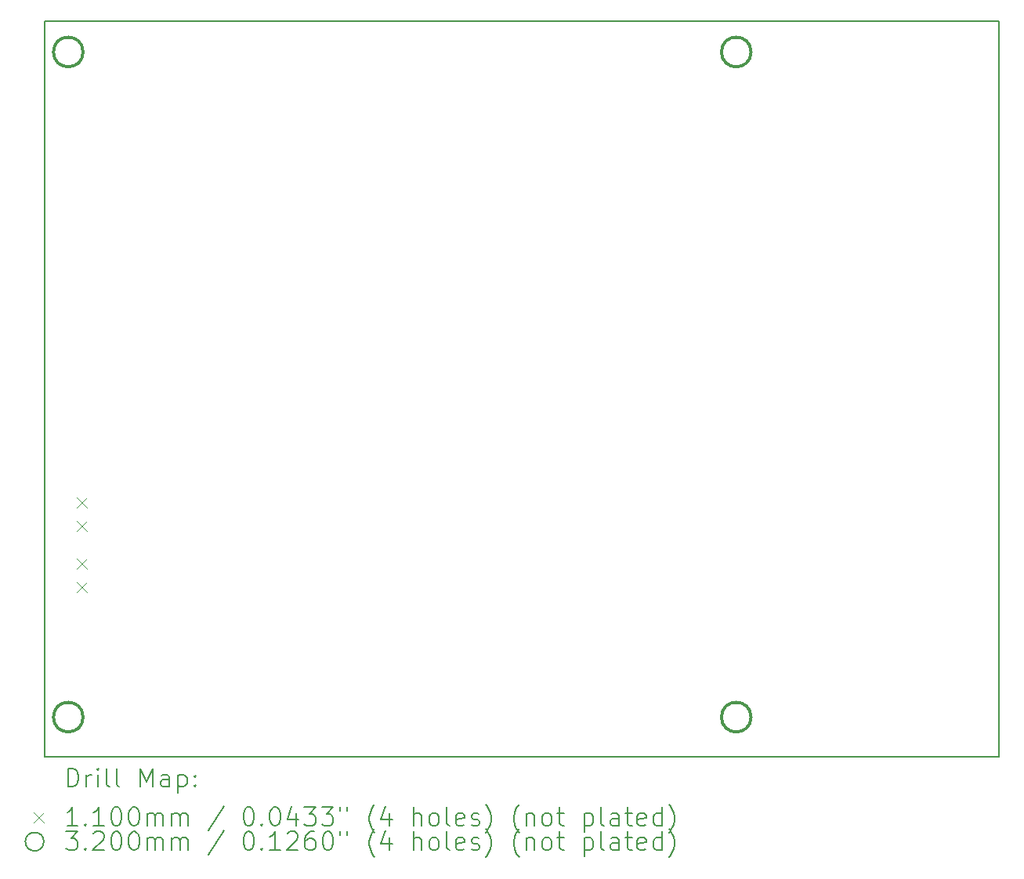
<source format=gbr>
%TF.GenerationSoftware,KiCad,Pcbnew,8.0.1*%
%TF.CreationDate,2024-11-10T18:34:56+01:00*%
%TF.ProjectId,Weather,57656174-6865-4722-9e6b-696361645f70,1.0*%
%TF.SameCoordinates,Original*%
%TF.FileFunction,Drillmap*%
%TF.FilePolarity,Positive*%
%FSLAX45Y45*%
G04 Gerber Fmt 4.5, Leading zero omitted, Abs format (unit mm)*
G04 Created by KiCad (PCBNEW 8.0.1) date 2024-11-10 18:34:56*
%MOMM*%
%LPD*%
G01*
G04 APERTURE LIST*
%ADD10C,0.200000*%
%ADD11C,0.110000*%
%ADD12C,0.320000*%
G04 APERTURE END LIST*
D10*
X4318000Y-6146800D02*
X14630400Y-6146800D01*
X14630400Y-14097000D01*
X4318000Y-14097000D01*
X4318000Y-6146800D01*
D11*
X4666000Y-11293100D02*
X4776000Y-11403100D01*
X4776000Y-11293100D02*
X4666000Y-11403100D01*
X4666000Y-11547100D02*
X4776000Y-11657100D01*
X4776000Y-11547100D02*
X4666000Y-11657100D01*
X4666000Y-11953500D02*
X4776000Y-12063500D01*
X4776000Y-11953500D02*
X4666000Y-12063500D01*
X4666000Y-12207500D02*
X4776000Y-12317500D01*
X4776000Y-12207500D02*
X4666000Y-12317500D01*
D12*
X4732000Y-6477000D02*
G75*
G02*
X4412000Y-6477000I-160000J0D01*
G01*
X4412000Y-6477000D02*
G75*
G02*
X4732000Y-6477000I160000J0D01*
G01*
X4732000Y-13665200D02*
G75*
G02*
X4412000Y-13665200I-160000J0D01*
G01*
X4412000Y-13665200D02*
G75*
G02*
X4732000Y-13665200I160000J0D01*
G01*
X11950680Y-6477000D02*
G75*
G02*
X11630680Y-6477000I-160000J0D01*
G01*
X11630680Y-6477000D02*
G75*
G02*
X11950680Y-6477000I160000J0D01*
G01*
X11950680Y-13665200D02*
G75*
G02*
X11630680Y-13665200I-160000J0D01*
G01*
X11630680Y-13665200D02*
G75*
G02*
X11950680Y-13665200I160000J0D01*
G01*
D10*
X4568777Y-14418484D02*
X4568777Y-14218484D01*
X4568777Y-14218484D02*
X4616396Y-14218484D01*
X4616396Y-14218484D02*
X4644967Y-14228008D01*
X4644967Y-14228008D02*
X4664015Y-14247055D01*
X4664015Y-14247055D02*
X4673539Y-14266103D01*
X4673539Y-14266103D02*
X4683063Y-14304198D01*
X4683063Y-14304198D02*
X4683063Y-14332769D01*
X4683063Y-14332769D02*
X4673539Y-14370865D01*
X4673539Y-14370865D02*
X4664015Y-14389912D01*
X4664015Y-14389912D02*
X4644967Y-14408960D01*
X4644967Y-14408960D02*
X4616396Y-14418484D01*
X4616396Y-14418484D02*
X4568777Y-14418484D01*
X4768777Y-14418484D02*
X4768777Y-14285150D01*
X4768777Y-14323246D02*
X4778301Y-14304198D01*
X4778301Y-14304198D02*
X4787824Y-14294674D01*
X4787824Y-14294674D02*
X4806872Y-14285150D01*
X4806872Y-14285150D02*
X4825920Y-14285150D01*
X4892586Y-14418484D02*
X4892586Y-14285150D01*
X4892586Y-14218484D02*
X4883063Y-14228008D01*
X4883063Y-14228008D02*
X4892586Y-14237531D01*
X4892586Y-14237531D02*
X4902110Y-14228008D01*
X4902110Y-14228008D02*
X4892586Y-14218484D01*
X4892586Y-14218484D02*
X4892586Y-14237531D01*
X5016396Y-14418484D02*
X4997348Y-14408960D01*
X4997348Y-14408960D02*
X4987824Y-14389912D01*
X4987824Y-14389912D02*
X4987824Y-14218484D01*
X5121158Y-14418484D02*
X5102110Y-14408960D01*
X5102110Y-14408960D02*
X5092586Y-14389912D01*
X5092586Y-14389912D02*
X5092586Y-14218484D01*
X5349729Y-14418484D02*
X5349729Y-14218484D01*
X5349729Y-14218484D02*
X5416396Y-14361341D01*
X5416396Y-14361341D02*
X5483063Y-14218484D01*
X5483063Y-14218484D02*
X5483063Y-14418484D01*
X5664015Y-14418484D02*
X5664015Y-14313722D01*
X5664015Y-14313722D02*
X5654491Y-14294674D01*
X5654491Y-14294674D02*
X5635443Y-14285150D01*
X5635443Y-14285150D02*
X5597348Y-14285150D01*
X5597348Y-14285150D02*
X5578301Y-14294674D01*
X5664015Y-14408960D02*
X5644967Y-14418484D01*
X5644967Y-14418484D02*
X5597348Y-14418484D01*
X5597348Y-14418484D02*
X5578301Y-14408960D01*
X5578301Y-14408960D02*
X5568777Y-14389912D01*
X5568777Y-14389912D02*
X5568777Y-14370865D01*
X5568777Y-14370865D02*
X5578301Y-14351817D01*
X5578301Y-14351817D02*
X5597348Y-14342293D01*
X5597348Y-14342293D02*
X5644967Y-14342293D01*
X5644967Y-14342293D02*
X5664015Y-14332769D01*
X5759253Y-14285150D02*
X5759253Y-14485150D01*
X5759253Y-14294674D02*
X5778301Y-14285150D01*
X5778301Y-14285150D02*
X5816396Y-14285150D01*
X5816396Y-14285150D02*
X5835443Y-14294674D01*
X5835443Y-14294674D02*
X5844967Y-14304198D01*
X5844967Y-14304198D02*
X5854491Y-14323246D01*
X5854491Y-14323246D02*
X5854491Y-14380388D01*
X5854491Y-14380388D02*
X5844967Y-14399436D01*
X5844967Y-14399436D02*
X5835443Y-14408960D01*
X5835443Y-14408960D02*
X5816396Y-14418484D01*
X5816396Y-14418484D02*
X5778301Y-14418484D01*
X5778301Y-14418484D02*
X5759253Y-14408960D01*
X5940205Y-14399436D02*
X5949729Y-14408960D01*
X5949729Y-14408960D02*
X5940205Y-14418484D01*
X5940205Y-14418484D02*
X5930682Y-14408960D01*
X5930682Y-14408960D02*
X5940205Y-14399436D01*
X5940205Y-14399436D02*
X5940205Y-14418484D01*
X5940205Y-14294674D02*
X5949729Y-14304198D01*
X5949729Y-14304198D02*
X5940205Y-14313722D01*
X5940205Y-14313722D02*
X5930682Y-14304198D01*
X5930682Y-14304198D02*
X5940205Y-14294674D01*
X5940205Y-14294674D02*
X5940205Y-14313722D01*
D11*
X4198000Y-14692000D02*
X4308000Y-14802000D01*
X4308000Y-14692000D02*
X4198000Y-14802000D01*
D10*
X4673539Y-14838484D02*
X4559253Y-14838484D01*
X4616396Y-14838484D02*
X4616396Y-14638484D01*
X4616396Y-14638484D02*
X4597348Y-14667055D01*
X4597348Y-14667055D02*
X4578301Y-14686103D01*
X4578301Y-14686103D02*
X4559253Y-14695627D01*
X4759253Y-14819436D02*
X4768777Y-14828960D01*
X4768777Y-14828960D02*
X4759253Y-14838484D01*
X4759253Y-14838484D02*
X4749729Y-14828960D01*
X4749729Y-14828960D02*
X4759253Y-14819436D01*
X4759253Y-14819436D02*
X4759253Y-14838484D01*
X4959253Y-14838484D02*
X4844967Y-14838484D01*
X4902110Y-14838484D02*
X4902110Y-14638484D01*
X4902110Y-14638484D02*
X4883063Y-14667055D01*
X4883063Y-14667055D02*
X4864015Y-14686103D01*
X4864015Y-14686103D02*
X4844967Y-14695627D01*
X5083063Y-14638484D02*
X5102110Y-14638484D01*
X5102110Y-14638484D02*
X5121158Y-14648008D01*
X5121158Y-14648008D02*
X5130682Y-14657531D01*
X5130682Y-14657531D02*
X5140205Y-14676579D01*
X5140205Y-14676579D02*
X5149729Y-14714674D01*
X5149729Y-14714674D02*
X5149729Y-14762293D01*
X5149729Y-14762293D02*
X5140205Y-14800388D01*
X5140205Y-14800388D02*
X5130682Y-14819436D01*
X5130682Y-14819436D02*
X5121158Y-14828960D01*
X5121158Y-14828960D02*
X5102110Y-14838484D01*
X5102110Y-14838484D02*
X5083063Y-14838484D01*
X5083063Y-14838484D02*
X5064015Y-14828960D01*
X5064015Y-14828960D02*
X5054491Y-14819436D01*
X5054491Y-14819436D02*
X5044967Y-14800388D01*
X5044967Y-14800388D02*
X5035444Y-14762293D01*
X5035444Y-14762293D02*
X5035444Y-14714674D01*
X5035444Y-14714674D02*
X5044967Y-14676579D01*
X5044967Y-14676579D02*
X5054491Y-14657531D01*
X5054491Y-14657531D02*
X5064015Y-14648008D01*
X5064015Y-14648008D02*
X5083063Y-14638484D01*
X5273539Y-14638484D02*
X5292586Y-14638484D01*
X5292586Y-14638484D02*
X5311634Y-14648008D01*
X5311634Y-14648008D02*
X5321158Y-14657531D01*
X5321158Y-14657531D02*
X5330682Y-14676579D01*
X5330682Y-14676579D02*
X5340205Y-14714674D01*
X5340205Y-14714674D02*
X5340205Y-14762293D01*
X5340205Y-14762293D02*
X5330682Y-14800388D01*
X5330682Y-14800388D02*
X5321158Y-14819436D01*
X5321158Y-14819436D02*
X5311634Y-14828960D01*
X5311634Y-14828960D02*
X5292586Y-14838484D01*
X5292586Y-14838484D02*
X5273539Y-14838484D01*
X5273539Y-14838484D02*
X5254491Y-14828960D01*
X5254491Y-14828960D02*
X5244967Y-14819436D01*
X5244967Y-14819436D02*
X5235444Y-14800388D01*
X5235444Y-14800388D02*
X5225920Y-14762293D01*
X5225920Y-14762293D02*
X5225920Y-14714674D01*
X5225920Y-14714674D02*
X5235444Y-14676579D01*
X5235444Y-14676579D02*
X5244967Y-14657531D01*
X5244967Y-14657531D02*
X5254491Y-14648008D01*
X5254491Y-14648008D02*
X5273539Y-14638484D01*
X5425920Y-14838484D02*
X5425920Y-14705150D01*
X5425920Y-14724198D02*
X5435444Y-14714674D01*
X5435444Y-14714674D02*
X5454491Y-14705150D01*
X5454491Y-14705150D02*
X5483063Y-14705150D01*
X5483063Y-14705150D02*
X5502110Y-14714674D01*
X5502110Y-14714674D02*
X5511634Y-14733722D01*
X5511634Y-14733722D02*
X5511634Y-14838484D01*
X5511634Y-14733722D02*
X5521158Y-14714674D01*
X5521158Y-14714674D02*
X5540205Y-14705150D01*
X5540205Y-14705150D02*
X5568777Y-14705150D01*
X5568777Y-14705150D02*
X5587825Y-14714674D01*
X5587825Y-14714674D02*
X5597348Y-14733722D01*
X5597348Y-14733722D02*
X5597348Y-14838484D01*
X5692586Y-14838484D02*
X5692586Y-14705150D01*
X5692586Y-14724198D02*
X5702110Y-14714674D01*
X5702110Y-14714674D02*
X5721158Y-14705150D01*
X5721158Y-14705150D02*
X5749729Y-14705150D01*
X5749729Y-14705150D02*
X5768777Y-14714674D01*
X5768777Y-14714674D02*
X5778301Y-14733722D01*
X5778301Y-14733722D02*
X5778301Y-14838484D01*
X5778301Y-14733722D02*
X5787824Y-14714674D01*
X5787824Y-14714674D02*
X5806872Y-14705150D01*
X5806872Y-14705150D02*
X5835443Y-14705150D01*
X5835443Y-14705150D02*
X5854491Y-14714674D01*
X5854491Y-14714674D02*
X5864015Y-14733722D01*
X5864015Y-14733722D02*
X5864015Y-14838484D01*
X6254491Y-14628960D02*
X6083063Y-14886103D01*
X6511634Y-14638484D02*
X6530682Y-14638484D01*
X6530682Y-14638484D02*
X6549729Y-14648008D01*
X6549729Y-14648008D02*
X6559253Y-14657531D01*
X6559253Y-14657531D02*
X6568777Y-14676579D01*
X6568777Y-14676579D02*
X6578301Y-14714674D01*
X6578301Y-14714674D02*
X6578301Y-14762293D01*
X6578301Y-14762293D02*
X6568777Y-14800388D01*
X6568777Y-14800388D02*
X6559253Y-14819436D01*
X6559253Y-14819436D02*
X6549729Y-14828960D01*
X6549729Y-14828960D02*
X6530682Y-14838484D01*
X6530682Y-14838484D02*
X6511634Y-14838484D01*
X6511634Y-14838484D02*
X6492586Y-14828960D01*
X6492586Y-14828960D02*
X6483063Y-14819436D01*
X6483063Y-14819436D02*
X6473539Y-14800388D01*
X6473539Y-14800388D02*
X6464015Y-14762293D01*
X6464015Y-14762293D02*
X6464015Y-14714674D01*
X6464015Y-14714674D02*
X6473539Y-14676579D01*
X6473539Y-14676579D02*
X6483063Y-14657531D01*
X6483063Y-14657531D02*
X6492586Y-14648008D01*
X6492586Y-14648008D02*
X6511634Y-14638484D01*
X6664015Y-14819436D02*
X6673539Y-14828960D01*
X6673539Y-14828960D02*
X6664015Y-14838484D01*
X6664015Y-14838484D02*
X6654491Y-14828960D01*
X6654491Y-14828960D02*
X6664015Y-14819436D01*
X6664015Y-14819436D02*
X6664015Y-14838484D01*
X6797348Y-14638484D02*
X6816396Y-14638484D01*
X6816396Y-14638484D02*
X6835444Y-14648008D01*
X6835444Y-14648008D02*
X6844967Y-14657531D01*
X6844967Y-14657531D02*
X6854491Y-14676579D01*
X6854491Y-14676579D02*
X6864015Y-14714674D01*
X6864015Y-14714674D02*
X6864015Y-14762293D01*
X6864015Y-14762293D02*
X6854491Y-14800388D01*
X6854491Y-14800388D02*
X6844967Y-14819436D01*
X6844967Y-14819436D02*
X6835444Y-14828960D01*
X6835444Y-14828960D02*
X6816396Y-14838484D01*
X6816396Y-14838484D02*
X6797348Y-14838484D01*
X6797348Y-14838484D02*
X6778301Y-14828960D01*
X6778301Y-14828960D02*
X6768777Y-14819436D01*
X6768777Y-14819436D02*
X6759253Y-14800388D01*
X6759253Y-14800388D02*
X6749729Y-14762293D01*
X6749729Y-14762293D02*
X6749729Y-14714674D01*
X6749729Y-14714674D02*
X6759253Y-14676579D01*
X6759253Y-14676579D02*
X6768777Y-14657531D01*
X6768777Y-14657531D02*
X6778301Y-14648008D01*
X6778301Y-14648008D02*
X6797348Y-14638484D01*
X7035444Y-14705150D02*
X7035444Y-14838484D01*
X6987825Y-14628960D02*
X6940206Y-14771817D01*
X6940206Y-14771817D02*
X7064015Y-14771817D01*
X7121158Y-14638484D02*
X7244967Y-14638484D01*
X7244967Y-14638484D02*
X7178301Y-14714674D01*
X7178301Y-14714674D02*
X7206872Y-14714674D01*
X7206872Y-14714674D02*
X7225920Y-14724198D01*
X7225920Y-14724198D02*
X7235444Y-14733722D01*
X7235444Y-14733722D02*
X7244967Y-14752769D01*
X7244967Y-14752769D02*
X7244967Y-14800388D01*
X7244967Y-14800388D02*
X7235444Y-14819436D01*
X7235444Y-14819436D02*
X7225920Y-14828960D01*
X7225920Y-14828960D02*
X7206872Y-14838484D01*
X7206872Y-14838484D02*
X7149729Y-14838484D01*
X7149729Y-14838484D02*
X7130682Y-14828960D01*
X7130682Y-14828960D02*
X7121158Y-14819436D01*
X7311634Y-14638484D02*
X7435444Y-14638484D01*
X7435444Y-14638484D02*
X7368777Y-14714674D01*
X7368777Y-14714674D02*
X7397348Y-14714674D01*
X7397348Y-14714674D02*
X7416396Y-14724198D01*
X7416396Y-14724198D02*
X7425920Y-14733722D01*
X7425920Y-14733722D02*
X7435444Y-14752769D01*
X7435444Y-14752769D02*
X7435444Y-14800388D01*
X7435444Y-14800388D02*
X7425920Y-14819436D01*
X7425920Y-14819436D02*
X7416396Y-14828960D01*
X7416396Y-14828960D02*
X7397348Y-14838484D01*
X7397348Y-14838484D02*
X7340206Y-14838484D01*
X7340206Y-14838484D02*
X7321158Y-14828960D01*
X7321158Y-14828960D02*
X7311634Y-14819436D01*
X7511634Y-14638484D02*
X7511634Y-14676579D01*
X7587825Y-14638484D02*
X7587825Y-14676579D01*
X7883063Y-14914674D02*
X7873539Y-14905150D01*
X7873539Y-14905150D02*
X7854491Y-14876579D01*
X7854491Y-14876579D02*
X7844968Y-14857531D01*
X7844968Y-14857531D02*
X7835444Y-14828960D01*
X7835444Y-14828960D02*
X7825920Y-14781341D01*
X7825920Y-14781341D02*
X7825920Y-14743246D01*
X7825920Y-14743246D02*
X7835444Y-14695627D01*
X7835444Y-14695627D02*
X7844968Y-14667055D01*
X7844968Y-14667055D02*
X7854491Y-14648008D01*
X7854491Y-14648008D02*
X7873539Y-14619436D01*
X7873539Y-14619436D02*
X7883063Y-14609912D01*
X8044968Y-14705150D02*
X8044968Y-14838484D01*
X7997348Y-14628960D02*
X7949729Y-14771817D01*
X7949729Y-14771817D02*
X8073539Y-14771817D01*
X8302110Y-14838484D02*
X8302110Y-14638484D01*
X8387825Y-14838484D02*
X8387825Y-14733722D01*
X8387825Y-14733722D02*
X8378301Y-14714674D01*
X8378301Y-14714674D02*
X8359253Y-14705150D01*
X8359253Y-14705150D02*
X8330682Y-14705150D01*
X8330682Y-14705150D02*
X8311634Y-14714674D01*
X8311634Y-14714674D02*
X8302110Y-14724198D01*
X8511634Y-14838484D02*
X8492587Y-14828960D01*
X8492587Y-14828960D02*
X8483063Y-14819436D01*
X8483063Y-14819436D02*
X8473539Y-14800388D01*
X8473539Y-14800388D02*
X8473539Y-14743246D01*
X8473539Y-14743246D02*
X8483063Y-14724198D01*
X8483063Y-14724198D02*
X8492587Y-14714674D01*
X8492587Y-14714674D02*
X8511634Y-14705150D01*
X8511634Y-14705150D02*
X8540206Y-14705150D01*
X8540206Y-14705150D02*
X8559253Y-14714674D01*
X8559253Y-14714674D02*
X8568777Y-14724198D01*
X8568777Y-14724198D02*
X8578301Y-14743246D01*
X8578301Y-14743246D02*
X8578301Y-14800388D01*
X8578301Y-14800388D02*
X8568777Y-14819436D01*
X8568777Y-14819436D02*
X8559253Y-14828960D01*
X8559253Y-14828960D02*
X8540206Y-14838484D01*
X8540206Y-14838484D02*
X8511634Y-14838484D01*
X8692587Y-14838484D02*
X8673539Y-14828960D01*
X8673539Y-14828960D02*
X8664015Y-14809912D01*
X8664015Y-14809912D02*
X8664015Y-14638484D01*
X8844968Y-14828960D02*
X8825920Y-14838484D01*
X8825920Y-14838484D02*
X8787825Y-14838484D01*
X8787825Y-14838484D02*
X8768777Y-14828960D01*
X8768777Y-14828960D02*
X8759253Y-14809912D01*
X8759253Y-14809912D02*
X8759253Y-14733722D01*
X8759253Y-14733722D02*
X8768777Y-14714674D01*
X8768777Y-14714674D02*
X8787825Y-14705150D01*
X8787825Y-14705150D02*
X8825920Y-14705150D01*
X8825920Y-14705150D02*
X8844968Y-14714674D01*
X8844968Y-14714674D02*
X8854492Y-14733722D01*
X8854492Y-14733722D02*
X8854492Y-14752769D01*
X8854492Y-14752769D02*
X8759253Y-14771817D01*
X8930682Y-14828960D02*
X8949730Y-14838484D01*
X8949730Y-14838484D02*
X8987825Y-14838484D01*
X8987825Y-14838484D02*
X9006873Y-14828960D01*
X9006873Y-14828960D02*
X9016396Y-14809912D01*
X9016396Y-14809912D02*
X9016396Y-14800388D01*
X9016396Y-14800388D02*
X9006873Y-14781341D01*
X9006873Y-14781341D02*
X8987825Y-14771817D01*
X8987825Y-14771817D02*
X8959253Y-14771817D01*
X8959253Y-14771817D02*
X8940206Y-14762293D01*
X8940206Y-14762293D02*
X8930682Y-14743246D01*
X8930682Y-14743246D02*
X8930682Y-14733722D01*
X8930682Y-14733722D02*
X8940206Y-14714674D01*
X8940206Y-14714674D02*
X8959253Y-14705150D01*
X8959253Y-14705150D02*
X8987825Y-14705150D01*
X8987825Y-14705150D02*
X9006873Y-14714674D01*
X9083063Y-14914674D02*
X9092587Y-14905150D01*
X9092587Y-14905150D02*
X9111634Y-14876579D01*
X9111634Y-14876579D02*
X9121158Y-14857531D01*
X9121158Y-14857531D02*
X9130682Y-14828960D01*
X9130682Y-14828960D02*
X9140206Y-14781341D01*
X9140206Y-14781341D02*
X9140206Y-14743246D01*
X9140206Y-14743246D02*
X9130682Y-14695627D01*
X9130682Y-14695627D02*
X9121158Y-14667055D01*
X9121158Y-14667055D02*
X9111634Y-14648008D01*
X9111634Y-14648008D02*
X9092587Y-14619436D01*
X9092587Y-14619436D02*
X9083063Y-14609912D01*
X9444968Y-14914674D02*
X9435444Y-14905150D01*
X9435444Y-14905150D02*
X9416396Y-14876579D01*
X9416396Y-14876579D02*
X9406873Y-14857531D01*
X9406873Y-14857531D02*
X9397349Y-14828960D01*
X9397349Y-14828960D02*
X9387825Y-14781341D01*
X9387825Y-14781341D02*
X9387825Y-14743246D01*
X9387825Y-14743246D02*
X9397349Y-14695627D01*
X9397349Y-14695627D02*
X9406873Y-14667055D01*
X9406873Y-14667055D02*
X9416396Y-14648008D01*
X9416396Y-14648008D02*
X9435444Y-14619436D01*
X9435444Y-14619436D02*
X9444968Y-14609912D01*
X9521158Y-14705150D02*
X9521158Y-14838484D01*
X9521158Y-14724198D02*
X9530682Y-14714674D01*
X9530682Y-14714674D02*
X9549730Y-14705150D01*
X9549730Y-14705150D02*
X9578301Y-14705150D01*
X9578301Y-14705150D02*
X9597349Y-14714674D01*
X9597349Y-14714674D02*
X9606873Y-14733722D01*
X9606873Y-14733722D02*
X9606873Y-14838484D01*
X9730682Y-14838484D02*
X9711634Y-14828960D01*
X9711634Y-14828960D02*
X9702111Y-14819436D01*
X9702111Y-14819436D02*
X9692587Y-14800388D01*
X9692587Y-14800388D02*
X9692587Y-14743246D01*
X9692587Y-14743246D02*
X9702111Y-14724198D01*
X9702111Y-14724198D02*
X9711634Y-14714674D01*
X9711634Y-14714674D02*
X9730682Y-14705150D01*
X9730682Y-14705150D02*
X9759254Y-14705150D01*
X9759254Y-14705150D02*
X9778301Y-14714674D01*
X9778301Y-14714674D02*
X9787825Y-14724198D01*
X9787825Y-14724198D02*
X9797349Y-14743246D01*
X9797349Y-14743246D02*
X9797349Y-14800388D01*
X9797349Y-14800388D02*
X9787825Y-14819436D01*
X9787825Y-14819436D02*
X9778301Y-14828960D01*
X9778301Y-14828960D02*
X9759254Y-14838484D01*
X9759254Y-14838484D02*
X9730682Y-14838484D01*
X9854492Y-14705150D02*
X9930682Y-14705150D01*
X9883063Y-14638484D02*
X9883063Y-14809912D01*
X9883063Y-14809912D02*
X9892587Y-14828960D01*
X9892587Y-14828960D02*
X9911634Y-14838484D01*
X9911634Y-14838484D02*
X9930682Y-14838484D01*
X10149730Y-14705150D02*
X10149730Y-14905150D01*
X10149730Y-14714674D02*
X10168777Y-14705150D01*
X10168777Y-14705150D02*
X10206873Y-14705150D01*
X10206873Y-14705150D02*
X10225920Y-14714674D01*
X10225920Y-14714674D02*
X10235444Y-14724198D01*
X10235444Y-14724198D02*
X10244968Y-14743246D01*
X10244968Y-14743246D02*
X10244968Y-14800388D01*
X10244968Y-14800388D02*
X10235444Y-14819436D01*
X10235444Y-14819436D02*
X10225920Y-14828960D01*
X10225920Y-14828960D02*
X10206873Y-14838484D01*
X10206873Y-14838484D02*
X10168777Y-14838484D01*
X10168777Y-14838484D02*
X10149730Y-14828960D01*
X10359254Y-14838484D02*
X10340206Y-14828960D01*
X10340206Y-14828960D02*
X10330682Y-14809912D01*
X10330682Y-14809912D02*
X10330682Y-14638484D01*
X10521158Y-14838484D02*
X10521158Y-14733722D01*
X10521158Y-14733722D02*
X10511635Y-14714674D01*
X10511635Y-14714674D02*
X10492587Y-14705150D01*
X10492587Y-14705150D02*
X10454492Y-14705150D01*
X10454492Y-14705150D02*
X10435444Y-14714674D01*
X10521158Y-14828960D02*
X10502111Y-14838484D01*
X10502111Y-14838484D02*
X10454492Y-14838484D01*
X10454492Y-14838484D02*
X10435444Y-14828960D01*
X10435444Y-14828960D02*
X10425920Y-14809912D01*
X10425920Y-14809912D02*
X10425920Y-14790865D01*
X10425920Y-14790865D02*
X10435444Y-14771817D01*
X10435444Y-14771817D02*
X10454492Y-14762293D01*
X10454492Y-14762293D02*
X10502111Y-14762293D01*
X10502111Y-14762293D02*
X10521158Y-14752769D01*
X10587825Y-14705150D02*
X10664015Y-14705150D01*
X10616396Y-14638484D02*
X10616396Y-14809912D01*
X10616396Y-14809912D02*
X10625920Y-14828960D01*
X10625920Y-14828960D02*
X10644968Y-14838484D01*
X10644968Y-14838484D02*
X10664015Y-14838484D01*
X10806873Y-14828960D02*
X10787825Y-14838484D01*
X10787825Y-14838484D02*
X10749730Y-14838484D01*
X10749730Y-14838484D02*
X10730682Y-14828960D01*
X10730682Y-14828960D02*
X10721158Y-14809912D01*
X10721158Y-14809912D02*
X10721158Y-14733722D01*
X10721158Y-14733722D02*
X10730682Y-14714674D01*
X10730682Y-14714674D02*
X10749730Y-14705150D01*
X10749730Y-14705150D02*
X10787825Y-14705150D01*
X10787825Y-14705150D02*
X10806873Y-14714674D01*
X10806873Y-14714674D02*
X10816396Y-14733722D01*
X10816396Y-14733722D02*
X10816396Y-14752769D01*
X10816396Y-14752769D02*
X10721158Y-14771817D01*
X10987825Y-14838484D02*
X10987825Y-14638484D01*
X10987825Y-14828960D02*
X10968777Y-14838484D01*
X10968777Y-14838484D02*
X10930682Y-14838484D01*
X10930682Y-14838484D02*
X10911635Y-14828960D01*
X10911635Y-14828960D02*
X10902111Y-14819436D01*
X10902111Y-14819436D02*
X10892587Y-14800388D01*
X10892587Y-14800388D02*
X10892587Y-14743246D01*
X10892587Y-14743246D02*
X10902111Y-14724198D01*
X10902111Y-14724198D02*
X10911635Y-14714674D01*
X10911635Y-14714674D02*
X10930682Y-14705150D01*
X10930682Y-14705150D02*
X10968777Y-14705150D01*
X10968777Y-14705150D02*
X10987825Y-14714674D01*
X11064016Y-14914674D02*
X11073539Y-14905150D01*
X11073539Y-14905150D02*
X11092587Y-14876579D01*
X11092587Y-14876579D02*
X11102111Y-14857531D01*
X11102111Y-14857531D02*
X11111635Y-14828960D01*
X11111635Y-14828960D02*
X11121158Y-14781341D01*
X11121158Y-14781341D02*
X11121158Y-14743246D01*
X11121158Y-14743246D02*
X11111635Y-14695627D01*
X11111635Y-14695627D02*
X11102111Y-14667055D01*
X11102111Y-14667055D02*
X11092587Y-14648008D01*
X11092587Y-14648008D02*
X11073539Y-14619436D01*
X11073539Y-14619436D02*
X11064016Y-14609912D01*
X4308000Y-15011000D02*
G75*
G02*
X4108000Y-15011000I-100000J0D01*
G01*
X4108000Y-15011000D02*
G75*
G02*
X4308000Y-15011000I100000J0D01*
G01*
X4549729Y-14902484D02*
X4673539Y-14902484D01*
X4673539Y-14902484D02*
X4606872Y-14978674D01*
X4606872Y-14978674D02*
X4635444Y-14978674D01*
X4635444Y-14978674D02*
X4654491Y-14988198D01*
X4654491Y-14988198D02*
X4664015Y-14997722D01*
X4664015Y-14997722D02*
X4673539Y-15016769D01*
X4673539Y-15016769D02*
X4673539Y-15064388D01*
X4673539Y-15064388D02*
X4664015Y-15083436D01*
X4664015Y-15083436D02*
X4654491Y-15092960D01*
X4654491Y-15092960D02*
X4635444Y-15102484D01*
X4635444Y-15102484D02*
X4578301Y-15102484D01*
X4578301Y-15102484D02*
X4559253Y-15092960D01*
X4559253Y-15092960D02*
X4549729Y-15083436D01*
X4759253Y-15083436D02*
X4768777Y-15092960D01*
X4768777Y-15092960D02*
X4759253Y-15102484D01*
X4759253Y-15102484D02*
X4749729Y-15092960D01*
X4749729Y-15092960D02*
X4759253Y-15083436D01*
X4759253Y-15083436D02*
X4759253Y-15102484D01*
X4844967Y-14921531D02*
X4854491Y-14912008D01*
X4854491Y-14912008D02*
X4873539Y-14902484D01*
X4873539Y-14902484D02*
X4921158Y-14902484D01*
X4921158Y-14902484D02*
X4940205Y-14912008D01*
X4940205Y-14912008D02*
X4949729Y-14921531D01*
X4949729Y-14921531D02*
X4959253Y-14940579D01*
X4959253Y-14940579D02*
X4959253Y-14959627D01*
X4959253Y-14959627D02*
X4949729Y-14988198D01*
X4949729Y-14988198D02*
X4835444Y-15102484D01*
X4835444Y-15102484D02*
X4959253Y-15102484D01*
X5083063Y-14902484D02*
X5102110Y-14902484D01*
X5102110Y-14902484D02*
X5121158Y-14912008D01*
X5121158Y-14912008D02*
X5130682Y-14921531D01*
X5130682Y-14921531D02*
X5140205Y-14940579D01*
X5140205Y-14940579D02*
X5149729Y-14978674D01*
X5149729Y-14978674D02*
X5149729Y-15026293D01*
X5149729Y-15026293D02*
X5140205Y-15064388D01*
X5140205Y-15064388D02*
X5130682Y-15083436D01*
X5130682Y-15083436D02*
X5121158Y-15092960D01*
X5121158Y-15092960D02*
X5102110Y-15102484D01*
X5102110Y-15102484D02*
X5083063Y-15102484D01*
X5083063Y-15102484D02*
X5064015Y-15092960D01*
X5064015Y-15092960D02*
X5054491Y-15083436D01*
X5054491Y-15083436D02*
X5044967Y-15064388D01*
X5044967Y-15064388D02*
X5035444Y-15026293D01*
X5035444Y-15026293D02*
X5035444Y-14978674D01*
X5035444Y-14978674D02*
X5044967Y-14940579D01*
X5044967Y-14940579D02*
X5054491Y-14921531D01*
X5054491Y-14921531D02*
X5064015Y-14912008D01*
X5064015Y-14912008D02*
X5083063Y-14902484D01*
X5273539Y-14902484D02*
X5292586Y-14902484D01*
X5292586Y-14902484D02*
X5311634Y-14912008D01*
X5311634Y-14912008D02*
X5321158Y-14921531D01*
X5321158Y-14921531D02*
X5330682Y-14940579D01*
X5330682Y-14940579D02*
X5340205Y-14978674D01*
X5340205Y-14978674D02*
X5340205Y-15026293D01*
X5340205Y-15026293D02*
X5330682Y-15064388D01*
X5330682Y-15064388D02*
X5321158Y-15083436D01*
X5321158Y-15083436D02*
X5311634Y-15092960D01*
X5311634Y-15092960D02*
X5292586Y-15102484D01*
X5292586Y-15102484D02*
X5273539Y-15102484D01*
X5273539Y-15102484D02*
X5254491Y-15092960D01*
X5254491Y-15092960D02*
X5244967Y-15083436D01*
X5244967Y-15083436D02*
X5235444Y-15064388D01*
X5235444Y-15064388D02*
X5225920Y-15026293D01*
X5225920Y-15026293D02*
X5225920Y-14978674D01*
X5225920Y-14978674D02*
X5235444Y-14940579D01*
X5235444Y-14940579D02*
X5244967Y-14921531D01*
X5244967Y-14921531D02*
X5254491Y-14912008D01*
X5254491Y-14912008D02*
X5273539Y-14902484D01*
X5425920Y-15102484D02*
X5425920Y-14969150D01*
X5425920Y-14988198D02*
X5435444Y-14978674D01*
X5435444Y-14978674D02*
X5454491Y-14969150D01*
X5454491Y-14969150D02*
X5483063Y-14969150D01*
X5483063Y-14969150D02*
X5502110Y-14978674D01*
X5502110Y-14978674D02*
X5511634Y-14997722D01*
X5511634Y-14997722D02*
X5511634Y-15102484D01*
X5511634Y-14997722D02*
X5521158Y-14978674D01*
X5521158Y-14978674D02*
X5540205Y-14969150D01*
X5540205Y-14969150D02*
X5568777Y-14969150D01*
X5568777Y-14969150D02*
X5587825Y-14978674D01*
X5587825Y-14978674D02*
X5597348Y-14997722D01*
X5597348Y-14997722D02*
X5597348Y-15102484D01*
X5692586Y-15102484D02*
X5692586Y-14969150D01*
X5692586Y-14988198D02*
X5702110Y-14978674D01*
X5702110Y-14978674D02*
X5721158Y-14969150D01*
X5721158Y-14969150D02*
X5749729Y-14969150D01*
X5749729Y-14969150D02*
X5768777Y-14978674D01*
X5768777Y-14978674D02*
X5778301Y-14997722D01*
X5778301Y-14997722D02*
X5778301Y-15102484D01*
X5778301Y-14997722D02*
X5787824Y-14978674D01*
X5787824Y-14978674D02*
X5806872Y-14969150D01*
X5806872Y-14969150D02*
X5835443Y-14969150D01*
X5835443Y-14969150D02*
X5854491Y-14978674D01*
X5854491Y-14978674D02*
X5864015Y-14997722D01*
X5864015Y-14997722D02*
X5864015Y-15102484D01*
X6254491Y-14892960D02*
X6083063Y-15150103D01*
X6511634Y-14902484D02*
X6530682Y-14902484D01*
X6530682Y-14902484D02*
X6549729Y-14912008D01*
X6549729Y-14912008D02*
X6559253Y-14921531D01*
X6559253Y-14921531D02*
X6568777Y-14940579D01*
X6568777Y-14940579D02*
X6578301Y-14978674D01*
X6578301Y-14978674D02*
X6578301Y-15026293D01*
X6578301Y-15026293D02*
X6568777Y-15064388D01*
X6568777Y-15064388D02*
X6559253Y-15083436D01*
X6559253Y-15083436D02*
X6549729Y-15092960D01*
X6549729Y-15092960D02*
X6530682Y-15102484D01*
X6530682Y-15102484D02*
X6511634Y-15102484D01*
X6511634Y-15102484D02*
X6492586Y-15092960D01*
X6492586Y-15092960D02*
X6483063Y-15083436D01*
X6483063Y-15083436D02*
X6473539Y-15064388D01*
X6473539Y-15064388D02*
X6464015Y-15026293D01*
X6464015Y-15026293D02*
X6464015Y-14978674D01*
X6464015Y-14978674D02*
X6473539Y-14940579D01*
X6473539Y-14940579D02*
X6483063Y-14921531D01*
X6483063Y-14921531D02*
X6492586Y-14912008D01*
X6492586Y-14912008D02*
X6511634Y-14902484D01*
X6664015Y-15083436D02*
X6673539Y-15092960D01*
X6673539Y-15092960D02*
X6664015Y-15102484D01*
X6664015Y-15102484D02*
X6654491Y-15092960D01*
X6654491Y-15092960D02*
X6664015Y-15083436D01*
X6664015Y-15083436D02*
X6664015Y-15102484D01*
X6864015Y-15102484D02*
X6749729Y-15102484D01*
X6806872Y-15102484D02*
X6806872Y-14902484D01*
X6806872Y-14902484D02*
X6787825Y-14931055D01*
X6787825Y-14931055D02*
X6768777Y-14950103D01*
X6768777Y-14950103D02*
X6749729Y-14959627D01*
X6940206Y-14921531D02*
X6949729Y-14912008D01*
X6949729Y-14912008D02*
X6968777Y-14902484D01*
X6968777Y-14902484D02*
X7016396Y-14902484D01*
X7016396Y-14902484D02*
X7035444Y-14912008D01*
X7035444Y-14912008D02*
X7044967Y-14921531D01*
X7044967Y-14921531D02*
X7054491Y-14940579D01*
X7054491Y-14940579D02*
X7054491Y-14959627D01*
X7054491Y-14959627D02*
X7044967Y-14988198D01*
X7044967Y-14988198D02*
X6930682Y-15102484D01*
X6930682Y-15102484D02*
X7054491Y-15102484D01*
X7225920Y-14902484D02*
X7187825Y-14902484D01*
X7187825Y-14902484D02*
X7168777Y-14912008D01*
X7168777Y-14912008D02*
X7159253Y-14921531D01*
X7159253Y-14921531D02*
X7140206Y-14950103D01*
X7140206Y-14950103D02*
X7130682Y-14988198D01*
X7130682Y-14988198D02*
X7130682Y-15064388D01*
X7130682Y-15064388D02*
X7140206Y-15083436D01*
X7140206Y-15083436D02*
X7149729Y-15092960D01*
X7149729Y-15092960D02*
X7168777Y-15102484D01*
X7168777Y-15102484D02*
X7206872Y-15102484D01*
X7206872Y-15102484D02*
X7225920Y-15092960D01*
X7225920Y-15092960D02*
X7235444Y-15083436D01*
X7235444Y-15083436D02*
X7244967Y-15064388D01*
X7244967Y-15064388D02*
X7244967Y-15016769D01*
X7244967Y-15016769D02*
X7235444Y-14997722D01*
X7235444Y-14997722D02*
X7225920Y-14988198D01*
X7225920Y-14988198D02*
X7206872Y-14978674D01*
X7206872Y-14978674D02*
X7168777Y-14978674D01*
X7168777Y-14978674D02*
X7149729Y-14988198D01*
X7149729Y-14988198D02*
X7140206Y-14997722D01*
X7140206Y-14997722D02*
X7130682Y-15016769D01*
X7368777Y-14902484D02*
X7387825Y-14902484D01*
X7387825Y-14902484D02*
X7406872Y-14912008D01*
X7406872Y-14912008D02*
X7416396Y-14921531D01*
X7416396Y-14921531D02*
X7425920Y-14940579D01*
X7425920Y-14940579D02*
X7435444Y-14978674D01*
X7435444Y-14978674D02*
X7435444Y-15026293D01*
X7435444Y-15026293D02*
X7425920Y-15064388D01*
X7425920Y-15064388D02*
X7416396Y-15083436D01*
X7416396Y-15083436D02*
X7406872Y-15092960D01*
X7406872Y-15092960D02*
X7387825Y-15102484D01*
X7387825Y-15102484D02*
X7368777Y-15102484D01*
X7368777Y-15102484D02*
X7349729Y-15092960D01*
X7349729Y-15092960D02*
X7340206Y-15083436D01*
X7340206Y-15083436D02*
X7330682Y-15064388D01*
X7330682Y-15064388D02*
X7321158Y-15026293D01*
X7321158Y-15026293D02*
X7321158Y-14978674D01*
X7321158Y-14978674D02*
X7330682Y-14940579D01*
X7330682Y-14940579D02*
X7340206Y-14921531D01*
X7340206Y-14921531D02*
X7349729Y-14912008D01*
X7349729Y-14912008D02*
X7368777Y-14902484D01*
X7511634Y-14902484D02*
X7511634Y-14940579D01*
X7587825Y-14902484D02*
X7587825Y-14940579D01*
X7883063Y-15178674D02*
X7873539Y-15169150D01*
X7873539Y-15169150D02*
X7854491Y-15140579D01*
X7854491Y-15140579D02*
X7844968Y-15121531D01*
X7844968Y-15121531D02*
X7835444Y-15092960D01*
X7835444Y-15092960D02*
X7825920Y-15045341D01*
X7825920Y-15045341D02*
X7825920Y-15007246D01*
X7825920Y-15007246D02*
X7835444Y-14959627D01*
X7835444Y-14959627D02*
X7844968Y-14931055D01*
X7844968Y-14931055D02*
X7854491Y-14912008D01*
X7854491Y-14912008D02*
X7873539Y-14883436D01*
X7873539Y-14883436D02*
X7883063Y-14873912D01*
X8044968Y-14969150D02*
X8044968Y-15102484D01*
X7997348Y-14892960D02*
X7949729Y-15035817D01*
X7949729Y-15035817D02*
X8073539Y-15035817D01*
X8302110Y-15102484D02*
X8302110Y-14902484D01*
X8387825Y-15102484D02*
X8387825Y-14997722D01*
X8387825Y-14997722D02*
X8378301Y-14978674D01*
X8378301Y-14978674D02*
X8359253Y-14969150D01*
X8359253Y-14969150D02*
X8330682Y-14969150D01*
X8330682Y-14969150D02*
X8311634Y-14978674D01*
X8311634Y-14978674D02*
X8302110Y-14988198D01*
X8511634Y-15102484D02*
X8492587Y-15092960D01*
X8492587Y-15092960D02*
X8483063Y-15083436D01*
X8483063Y-15083436D02*
X8473539Y-15064388D01*
X8473539Y-15064388D02*
X8473539Y-15007246D01*
X8473539Y-15007246D02*
X8483063Y-14988198D01*
X8483063Y-14988198D02*
X8492587Y-14978674D01*
X8492587Y-14978674D02*
X8511634Y-14969150D01*
X8511634Y-14969150D02*
X8540206Y-14969150D01*
X8540206Y-14969150D02*
X8559253Y-14978674D01*
X8559253Y-14978674D02*
X8568777Y-14988198D01*
X8568777Y-14988198D02*
X8578301Y-15007246D01*
X8578301Y-15007246D02*
X8578301Y-15064388D01*
X8578301Y-15064388D02*
X8568777Y-15083436D01*
X8568777Y-15083436D02*
X8559253Y-15092960D01*
X8559253Y-15092960D02*
X8540206Y-15102484D01*
X8540206Y-15102484D02*
X8511634Y-15102484D01*
X8692587Y-15102484D02*
X8673539Y-15092960D01*
X8673539Y-15092960D02*
X8664015Y-15073912D01*
X8664015Y-15073912D02*
X8664015Y-14902484D01*
X8844968Y-15092960D02*
X8825920Y-15102484D01*
X8825920Y-15102484D02*
X8787825Y-15102484D01*
X8787825Y-15102484D02*
X8768777Y-15092960D01*
X8768777Y-15092960D02*
X8759253Y-15073912D01*
X8759253Y-15073912D02*
X8759253Y-14997722D01*
X8759253Y-14997722D02*
X8768777Y-14978674D01*
X8768777Y-14978674D02*
X8787825Y-14969150D01*
X8787825Y-14969150D02*
X8825920Y-14969150D01*
X8825920Y-14969150D02*
X8844968Y-14978674D01*
X8844968Y-14978674D02*
X8854492Y-14997722D01*
X8854492Y-14997722D02*
X8854492Y-15016769D01*
X8854492Y-15016769D02*
X8759253Y-15035817D01*
X8930682Y-15092960D02*
X8949730Y-15102484D01*
X8949730Y-15102484D02*
X8987825Y-15102484D01*
X8987825Y-15102484D02*
X9006873Y-15092960D01*
X9006873Y-15092960D02*
X9016396Y-15073912D01*
X9016396Y-15073912D02*
X9016396Y-15064388D01*
X9016396Y-15064388D02*
X9006873Y-15045341D01*
X9006873Y-15045341D02*
X8987825Y-15035817D01*
X8987825Y-15035817D02*
X8959253Y-15035817D01*
X8959253Y-15035817D02*
X8940206Y-15026293D01*
X8940206Y-15026293D02*
X8930682Y-15007246D01*
X8930682Y-15007246D02*
X8930682Y-14997722D01*
X8930682Y-14997722D02*
X8940206Y-14978674D01*
X8940206Y-14978674D02*
X8959253Y-14969150D01*
X8959253Y-14969150D02*
X8987825Y-14969150D01*
X8987825Y-14969150D02*
X9006873Y-14978674D01*
X9083063Y-15178674D02*
X9092587Y-15169150D01*
X9092587Y-15169150D02*
X9111634Y-15140579D01*
X9111634Y-15140579D02*
X9121158Y-15121531D01*
X9121158Y-15121531D02*
X9130682Y-15092960D01*
X9130682Y-15092960D02*
X9140206Y-15045341D01*
X9140206Y-15045341D02*
X9140206Y-15007246D01*
X9140206Y-15007246D02*
X9130682Y-14959627D01*
X9130682Y-14959627D02*
X9121158Y-14931055D01*
X9121158Y-14931055D02*
X9111634Y-14912008D01*
X9111634Y-14912008D02*
X9092587Y-14883436D01*
X9092587Y-14883436D02*
X9083063Y-14873912D01*
X9444968Y-15178674D02*
X9435444Y-15169150D01*
X9435444Y-15169150D02*
X9416396Y-15140579D01*
X9416396Y-15140579D02*
X9406873Y-15121531D01*
X9406873Y-15121531D02*
X9397349Y-15092960D01*
X9397349Y-15092960D02*
X9387825Y-15045341D01*
X9387825Y-15045341D02*
X9387825Y-15007246D01*
X9387825Y-15007246D02*
X9397349Y-14959627D01*
X9397349Y-14959627D02*
X9406873Y-14931055D01*
X9406873Y-14931055D02*
X9416396Y-14912008D01*
X9416396Y-14912008D02*
X9435444Y-14883436D01*
X9435444Y-14883436D02*
X9444968Y-14873912D01*
X9521158Y-14969150D02*
X9521158Y-15102484D01*
X9521158Y-14988198D02*
X9530682Y-14978674D01*
X9530682Y-14978674D02*
X9549730Y-14969150D01*
X9549730Y-14969150D02*
X9578301Y-14969150D01*
X9578301Y-14969150D02*
X9597349Y-14978674D01*
X9597349Y-14978674D02*
X9606873Y-14997722D01*
X9606873Y-14997722D02*
X9606873Y-15102484D01*
X9730682Y-15102484D02*
X9711634Y-15092960D01*
X9711634Y-15092960D02*
X9702111Y-15083436D01*
X9702111Y-15083436D02*
X9692587Y-15064388D01*
X9692587Y-15064388D02*
X9692587Y-15007246D01*
X9692587Y-15007246D02*
X9702111Y-14988198D01*
X9702111Y-14988198D02*
X9711634Y-14978674D01*
X9711634Y-14978674D02*
X9730682Y-14969150D01*
X9730682Y-14969150D02*
X9759254Y-14969150D01*
X9759254Y-14969150D02*
X9778301Y-14978674D01*
X9778301Y-14978674D02*
X9787825Y-14988198D01*
X9787825Y-14988198D02*
X9797349Y-15007246D01*
X9797349Y-15007246D02*
X9797349Y-15064388D01*
X9797349Y-15064388D02*
X9787825Y-15083436D01*
X9787825Y-15083436D02*
X9778301Y-15092960D01*
X9778301Y-15092960D02*
X9759254Y-15102484D01*
X9759254Y-15102484D02*
X9730682Y-15102484D01*
X9854492Y-14969150D02*
X9930682Y-14969150D01*
X9883063Y-14902484D02*
X9883063Y-15073912D01*
X9883063Y-15073912D02*
X9892587Y-15092960D01*
X9892587Y-15092960D02*
X9911634Y-15102484D01*
X9911634Y-15102484D02*
X9930682Y-15102484D01*
X10149730Y-14969150D02*
X10149730Y-15169150D01*
X10149730Y-14978674D02*
X10168777Y-14969150D01*
X10168777Y-14969150D02*
X10206873Y-14969150D01*
X10206873Y-14969150D02*
X10225920Y-14978674D01*
X10225920Y-14978674D02*
X10235444Y-14988198D01*
X10235444Y-14988198D02*
X10244968Y-15007246D01*
X10244968Y-15007246D02*
X10244968Y-15064388D01*
X10244968Y-15064388D02*
X10235444Y-15083436D01*
X10235444Y-15083436D02*
X10225920Y-15092960D01*
X10225920Y-15092960D02*
X10206873Y-15102484D01*
X10206873Y-15102484D02*
X10168777Y-15102484D01*
X10168777Y-15102484D02*
X10149730Y-15092960D01*
X10359254Y-15102484D02*
X10340206Y-15092960D01*
X10340206Y-15092960D02*
X10330682Y-15073912D01*
X10330682Y-15073912D02*
X10330682Y-14902484D01*
X10521158Y-15102484D02*
X10521158Y-14997722D01*
X10521158Y-14997722D02*
X10511635Y-14978674D01*
X10511635Y-14978674D02*
X10492587Y-14969150D01*
X10492587Y-14969150D02*
X10454492Y-14969150D01*
X10454492Y-14969150D02*
X10435444Y-14978674D01*
X10521158Y-15092960D02*
X10502111Y-15102484D01*
X10502111Y-15102484D02*
X10454492Y-15102484D01*
X10454492Y-15102484D02*
X10435444Y-15092960D01*
X10435444Y-15092960D02*
X10425920Y-15073912D01*
X10425920Y-15073912D02*
X10425920Y-15054865D01*
X10425920Y-15054865D02*
X10435444Y-15035817D01*
X10435444Y-15035817D02*
X10454492Y-15026293D01*
X10454492Y-15026293D02*
X10502111Y-15026293D01*
X10502111Y-15026293D02*
X10521158Y-15016769D01*
X10587825Y-14969150D02*
X10664015Y-14969150D01*
X10616396Y-14902484D02*
X10616396Y-15073912D01*
X10616396Y-15073912D02*
X10625920Y-15092960D01*
X10625920Y-15092960D02*
X10644968Y-15102484D01*
X10644968Y-15102484D02*
X10664015Y-15102484D01*
X10806873Y-15092960D02*
X10787825Y-15102484D01*
X10787825Y-15102484D02*
X10749730Y-15102484D01*
X10749730Y-15102484D02*
X10730682Y-15092960D01*
X10730682Y-15092960D02*
X10721158Y-15073912D01*
X10721158Y-15073912D02*
X10721158Y-14997722D01*
X10721158Y-14997722D02*
X10730682Y-14978674D01*
X10730682Y-14978674D02*
X10749730Y-14969150D01*
X10749730Y-14969150D02*
X10787825Y-14969150D01*
X10787825Y-14969150D02*
X10806873Y-14978674D01*
X10806873Y-14978674D02*
X10816396Y-14997722D01*
X10816396Y-14997722D02*
X10816396Y-15016769D01*
X10816396Y-15016769D02*
X10721158Y-15035817D01*
X10987825Y-15102484D02*
X10987825Y-14902484D01*
X10987825Y-15092960D02*
X10968777Y-15102484D01*
X10968777Y-15102484D02*
X10930682Y-15102484D01*
X10930682Y-15102484D02*
X10911635Y-15092960D01*
X10911635Y-15092960D02*
X10902111Y-15083436D01*
X10902111Y-15083436D02*
X10892587Y-15064388D01*
X10892587Y-15064388D02*
X10892587Y-15007246D01*
X10892587Y-15007246D02*
X10902111Y-14988198D01*
X10902111Y-14988198D02*
X10911635Y-14978674D01*
X10911635Y-14978674D02*
X10930682Y-14969150D01*
X10930682Y-14969150D02*
X10968777Y-14969150D01*
X10968777Y-14969150D02*
X10987825Y-14978674D01*
X11064016Y-15178674D02*
X11073539Y-15169150D01*
X11073539Y-15169150D02*
X11092587Y-15140579D01*
X11092587Y-15140579D02*
X11102111Y-15121531D01*
X11102111Y-15121531D02*
X11111635Y-15092960D01*
X11111635Y-15092960D02*
X11121158Y-15045341D01*
X11121158Y-15045341D02*
X11121158Y-15007246D01*
X11121158Y-15007246D02*
X11111635Y-14959627D01*
X11111635Y-14959627D02*
X11102111Y-14931055D01*
X11102111Y-14931055D02*
X11092587Y-14912008D01*
X11092587Y-14912008D02*
X11073539Y-14883436D01*
X11073539Y-14883436D02*
X11064016Y-14873912D01*
M02*

</source>
